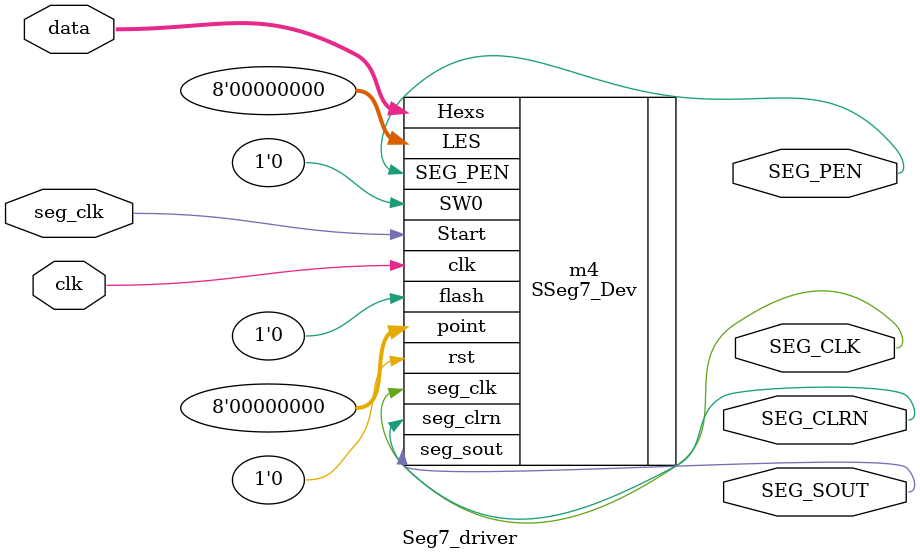
<source format=v>
`timescale 1ns / 1ps

module Seg7_driver(
    input wire clk,
    input wire seg_clk,
    input wire [31:0] data,
    output wire SEG_CLK,
    output wire SEG_SOUT,
    output wire SEG_PEN,
    output wire SEG_CLRN
    );
    
    SSeg7_Dev m4(.clk(clk), .rst(1'b0), .Start(seg_clk),
                 .SW0(1'b0), .flash(1'b0), .Hexs(data), .point(8'h00), .LES(8'h00), 
                 .seg_clk(SEG_CLK), .seg_sout(SEG_SOUT), .SEG_PEN(SEG_PEN), .seg_clrn(SEG_CLRN));

endmodule

</source>
